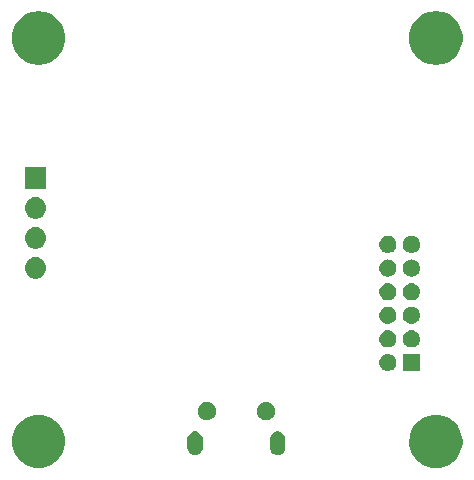
<source format=gbr>
G04 #@! TF.GenerationSoftware,KiCad,Pcbnew,(5.1.0)-1*
G04 #@! TF.CreationDate,2019-11-13T23:10:21-06:00*
G04 #@! TF.ProjectId,low_cost_multispectral_sensor,6c6f775f-636f-4737-945f-6d756c746973,rev?*
G04 #@! TF.SameCoordinates,Original*
G04 #@! TF.FileFunction,Soldermask,Bot*
G04 #@! TF.FilePolarity,Negative*
%FSLAX46Y46*%
G04 Gerber Fmt 4.6, Leading zero omitted, Abs format (unit mm)*
G04 Created by KiCad (PCBNEW (5.1.0)-1) date 2019-11-13 23:10:21*
%MOMM*%
%LPD*%
G04 APERTURE LIST*
%ADD10C,0.100000*%
G04 APERTURE END LIST*
D10*
G36*
X187125880Y-134759776D02*
G01*
X187506593Y-134835504D01*
X187916249Y-135005189D01*
X188284929Y-135251534D01*
X188598466Y-135565071D01*
X188844811Y-135933751D01*
X189014496Y-136343407D01*
X189079933Y-136672383D01*
X189098958Y-136768027D01*
X189101000Y-136778296D01*
X189101000Y-137221704D01*
X189014496Y-137656593D01*
X188844811Y-138066249D01*
X188598466Y-138434929D01*
X188284929Y-138748466D01*
X187916249Y-138994811D01*
X187506593Y-139164496D01*
X187125880Y-139240224D01*
X187071705Y-139251000D01*
X186628295Y-139251000D01*
X186574120Y-139240224D01*
X186193407Y-139164496D01*
X185783751Y-138994811D01*
X185415071Y-138748466D01*
X185101534Y-138434929D01*
X184855189Y-138066249D01*
X184685504Y-137656593D01*
X184599000Y-137221704D01*
X184599000Y-136778296D01*
X184601043Y-136768027D01*
X184620067Y-136672383D01*
X184685504Y-136343407D01*
X184855189Y-135933751D01*
X185101534Y-135565071D01*
X185415071Y-135251534D01*
X185783751Y-135005189D01*
X186193407Y-134835504D01*
X186574120Y-134759776D01*
X186628295Y-134749000D01*
X187071705Y-134749000D01*
X187125880Y-134759776D01*
X187125880Y-134759776D01*
G37*
G36*
X153475880Y-134759776D02*
G01*
X153856593Y-134835504D01*
X154266249Y-135005189D01*
X154634929Y-135251534D01*
X154948466Y-135565071D01*
X155194811Y-135933751D01*
X155364496Y-136343407D01*
X155429933Y-136672383D01*
X155448958Y-136768027D01*
X155451000Y-136778296D01*
X155451000Y-137221704D01*
X155364496Y-137656593D01*
X155194811Y-138066249D01*
X154948466Y-138434929D01*
X154634929Y-138748466D01*
X154266249Y-138994811D01*
X153856593Y-139164496D01*
X153475880Y-139240224D01*
X153421705Y-139251000D01*
X152978295Y-139251000D01*
X152924120Y-139240224D01*
X152543407Y-139164496D01*
X152133751Y-138994811D01*
X151765071Y-138748466D01*
X151451534Y-138434929D01*
X151205189Y-138066249D01*
X151035504Y-137656593D01*
X150949000Y-137221704D01*
X150949000Y-136778296D01*
X150951043Y-136768027D01*
X150970067Y-136672383D01*
X151035504Y-136343407D01*
X151205189Y-135933751D01*
X151451534Y-135565071D01*
X151765071Y-135251534D01*
X152133751Y-135005189D01*
X152543407Y-134835504D01*
X152924120Y-134759776D01*
X152978295Y-134749000D01*
X153421705Y-134749000D01*
X153475880Y-134759776D01*
X153475880Y-134759776D01*
G37*
G36*
X166577618Y-136158420D02*
G01*
X166668404Y-136185960D01*
X166700336Y-136195646D01*
X166813425Y-136256094D01*
X166912554Y-136337446D01*
X166993906Y-136436575D01*
X167054354Y-136549664D01*
X167064040Y-136581596D01*
X167091580Y-136672382D01*
X167101000Y-136768027D01*
X167101000Y-137531973D01*
X167091580Y-137627618D01*
X167064040Y-137718404D01*
X167054354Y-137750336D01*
X166993906Y-137863425D01*
X166912554Y-137962553D01*
X166813424Y-138043906D01*
X166700335Y-138104354D01*
X166668403Y-138114040D01*
X166577617Y-138141580D01*
X166450000Y-138154149D01*
X166322382Y-138141580D01*
X166231596Y-138114040D01*
X166199664Y-138104354D01*
X166086575Y-138043906D01*
X165987447Y-137962554D01*
X165906094Y-137863424D01*
X165845646Y-137750335D01*
X165817210Y-137656593D01*
X165808420Y-137627617D01*
X165799000Y-137531972D01*
X165799000Y-136768027D01*
X165808420Y-136672382D01*
X165845645Y-136549668D01*
X165870608Y-136502966D01*
X165906095Y-136436575D01*
X165987447Y-136337446D01*
X166086576Y-136256094D01*
X166199665Y-136195646D01*
X166231597Y-136185960D01*
X166322383Y-136158420D01*
X166450000Y-136145851D01*
X166577618Y-136158420D01*
X166577618Y-136158420D01*
G37*
G36*
X173577617Y-136158420D02*
G01*
X173668403Y-136185960D01*
X173700335Y-136195646D01*
X173813424Y-136256094D01*
X173912554Y-136337447D01*
X173993906Y-136436575D01*
X174054354Y-136549664D01*
X174064040Y-136581596D01*
X174091580Y-136672382D01*
X174101000Y-136768027D01*
X174101000Y-137531973D01*
X174091580Y-137627618D01*
X174064040Y-137718404D01*
X174054354Y-137750336D01*
X173993906Y-137863425D01*
X173912554Y-137962554D01*
X173813425Y-138043906D01*
X173700336Y-138104354D01*
X173668404Y-138114040D01*
X173577618Y-138141580D01*
X173450000Y-138154149D01*
X173322383Y-138141580D01*
X173231597Y-138114040D01*
X173199665Y-138104354D01*
X173086576Y-138043906D01*
X172987447Y-137962554D01*
X172906095Y-137863425D01*
X172845648Y-137750337D01*
X172845645Y-137750332D01*
X172808420Y-137627618D01*
X172799000Y-137531973D01*
X172799000Y-136768028D01*
X172808420Y-136672383D01*
X172845645Y-136549669D01*
X172845646Y-136549665D01*
X172906094Y-136436576D01*
X172987447Y-136337446D01*
X173086575Y-136256094D01*
X173199664Y-136195646D01*
X173231596Y-136185960D01*
X173322382Y-136158420D01*
X173450000Y-136145851D01*
X173577617Y-136158420D01*
X173577617Y-136158420D01*
G37*
G36*
X167676348Y-133703820D02*
G01*
X167676350Y-133703821D01*
X167676351Y-133703821D01*
X167817574Y-133762317D01*
X167817577Y-133762319D01*
X167944669Y-133847239D01*
X168052761Y-133955331D01*
X168137681Y-134082423D01*
X168137683Y-134082426D01*
X168196179Y-134223649D01*
X168226000Y-134373571D01*
X168226000Y-134526429D01*
X168196179Y-134676351D01*
X168137683Y-134817574D01*
X168137681Y-134817577D01*
X168052761Y-134944669D01*
X167944669Y-135052761D01*
X167817577Y-135137681D01*
X167817574Y-135137683D01*
X167676351Y-135196179D01*
X167676350Y-135196179D01*
X167676348Y-135196180D01*
X167526431Y-135226000D01*
X167373569Y-135226000D01*
X167223652Y-135196180D01*
X167223650Y-135196179D01*
X167223649Y-135196179D01*
X167082426Y-135137683D01*
X167082423Y-135137681D01*
X166955331Y-135052761D01*
X166847239Y-134944669D01*
X166762319Y-134817577D01*
X166762317Y-134817574D01*
X166703821Y-134676351D01*
X166674000Y-134526429D01*
X166674000Y-134373571D01*
X166703821Y-134223649D01*
X166762317Y-134082426D01*
X166762319Y-134082423D01*
X166847239Y-133955331D01*
X166955331Y-133847239D01*
X167082423Y-133762319D01*
X167082426Y-133762317D01*
X167223649Y-133703821D01*
X167223650Y-133703821D01*
X167223652Y-133703820D01*
X167373569Y-133674000D01*
X167526431Y-133674000D01*
X167676348Y-133703820D01*
X167676348Y-133703820D01*
G37*
G36*
X172676348Y-133703820D02*
G01*
X172676350Y-133703821D01*
X172676351Y-133703821D01*
X172817574Y-133762317D01*
X172817577Y-133762319D01*
X172944669Y-133847239D01*
X173052761Y-133955331D01*
X173137681Y-134082423D01*
X173137683Y-134082426D01*
X173196179Y-134223649D01*
X173226000Y-134373571D01*
X173226000Y-134526429D01*
X173196179Y-134676351D01*
X173137683Y-134817574D01*
X173137681Y-134817577D01*
X173052761Y-134944669D01*
X172944669Y-135052761D01*
X172817577Y-135137681D01*
X172817574Y-135137683D01*
X172676351Y-135196179D01*
X172676350Y-135196179D01*
X172676348Y-135196180D01*
X172526431Y-135226000D01*
X172373569Y-135226000D01*
X172223652Y-135196180D01*
X172223650Y-135196179D01*
X172223649Y-135196179D01*
X172082426Y-135137683D01*
X172082423Y-135137681D01*
X171955331Y-135052761D01*
X171847239Y-134944669D01*
X171762319Y-134817577D01*
X171762317Y-134817574D01*
X171703821Y-134676351D01*
X171674000Y-134526429D01*
X171674000Y-134373571D01*
X171703821Y-134223649D01*
X171762317Y-134082426D01*
X171762319Y-134082423D01*
X171847239Y-133955331D01*
X171955331Y-133847239D01*
X172082423Y-133762319D01*
X172082426Y-133762317D01*
X172223649Y-133703821D01*
X172223650Y-133703821D01*
X172223652Y-133703820D01*
X172373569Y-133674000D01*
X172526431Y-133674000D01*
X172676348Y-133703820D01*
X172676348Y-133703820D01*
G37*
G36*
X185501000Y-131051000D02*
G01*
X184049000Y-131051000D01*
X184049000Y-129599000D01*
X185501000Y-129599000D01*
X185501000Y-131051000D01*
X185501000Y-131051000D01*
G37*
G36*
X182846213Y-129602502D02*
G01*
X182917321Y-129609505D01*
X183054172Y-129651019D01*
X183054175Y-129651020D01*
X183180294Y-129718432D01*
X183290843Y-129809157D01*
X183381568Y-129919706D01*
X183448980Y-130045825D01*
X183448981Y-130045828D01*
X183490495Y-130182679D01*
X183504512Y-130325000D01*
X183490495Y-130467321D01*
X183448981Y-130604172D01*
X183448980Y-130604175D01*
X183381568Y-130730294D01*
X183290843Y-130840843D01*
X183180294Y-130931568D01*
X183054175Y-130998980D01*
X183054172Y-130998981D01*
X182917321Y-131040495D01*
X182846213Y-131047498D01*
X182810660Y-131051000D01*
X182739340Y-131051000D01*
X182703787Y-131047498D01*
X182632679Y-131040495D01*
X182495828Y-130998981D01*
X182495825Y-130998980D01*
X182369706Y-130931568D01*
X182259157Y-130840843D01*
X182168432Y-130730294D01*
X182101020Y-130604175D01*
X182101019Y-130604172D01*
X182059505Y-130467321D01*
X182045488Y-130325000D01*
X182059505Y-130182679D01*
X182101019Y-130045828D01*
X182101020Y-130045825D01*
X182168432Y-129919706D01*
X182259157Y-129809157D01*
X182369706Y-129718432D01*
X182495825Y-129651020D01*
X182495828Y-129651019D01*
X182632679Y-129609505D01*
X182703787Y-129602502D01*
X182739340Y-129599000D01*
X182810660Y-129599000D01*
X182846213Y-129602502D01*
X182846213Y-129602502D01*
G37*
G36*
X182846213Y-127602502D02*
G01*
X182917321Y-127609505D01*
X183054172Y-127651019D01*
X183054175Y-127651020D01*
X183180294Y-127718432D01*
X183290843Y-127809157D01*
X183381568Y-127919706D01*
X183448980Y-128045825D01*
X183448981Y-128045828D01*
X183490495Y-128182679D01*
X183504512Y-128325000D01*
X183490495Y-128467321D01*
X183448981Y-128604172D01*
X183448980Y-128604175D01*
X183381568Y-128730294D01*
X183290843Y-128840843D01*
X183180294Y-128931568D01*
X183054175Y-128998980D01*
X183054172Y-128998981D01*
X182917321Y-129040495D01*
X182846213Y-129047498D01*
X182810660Y-129051000D01*
X182739340Y-129051000D01*
X182703787Y-129047498D01*
X182632679Y-129040495D01*
X182495828Y-128998981D01*
X182495825Y-128998980D01*
X182369706Y-128931568D01*
X182259157Y-128840843D01*
X182168432Y-128730294D01*
X182101020Y-128604175D01*
X182101019Y-128604172D01*
X182059505Y-128467321D01*
X182045488Y-128325000D01*
X182059505Y-128182679D01*
X182101019Y-128045828D01*
X182101020Y-128045825D01*
X182168432Y-127919706D01*
X182259157Y-127809157D01*
X182369706Y-127718432D01*
X182495825Y-127651020D01*
X182495828Y-127651019D01*
X182632679Y-127609505D01*
X182703787Y-127602502D01*
X182739340Y-127599000D01*
X182810660Y-127599000D01*
X182846213Y-127602502D01*
X182846213Y-127602502D01*
G37*
G36*
X184846213Y-127602502D02*
G01*
X184917321Y-127609505D01*
X185054172Y-127651019D01*
X185054175Y-127651020D01*
X185180294Y-127718432D01*
X185290843Y-127809157D01*
X185381568Y-127919706D01*
X185448980Y-128045825D01*
X185448981Y-128045828D01*
X185490495Y-128182679D01*
X185504512Y-128325000D01*
X185490495Y-128467321D01*
X185448981Y-128604172D01*
X185448980Y-128604175D01*
X185381568Y-128730294D01*
X185290843Y-128840843D01*
X185180294Y-128931568D01*
X185054175Y-128998980D01*
X185054172Y-128998981D01*
X184917321Y-129040495D01*
X184846213Y-129047498D01*
X184810660Y-129051000D01*
X184739340Y-129051000D01*
X184703787Y-129047498D01*
X184632679Y-129040495D01*
X184495828Y-128998981D01*
X184495825Y-128998980D01*
X184369706Y-128931568D01*
X184259157Y-128840843D01*
X184168432Y-128730294D01*
X184101020Y-128604175D01*
X184101019Y-128604172D01*
X184059505Y-128467321D01*
X184045488Y-128325000D01*
X184059505Y-128182679D01*
X184101019Y-128045828D01*
X184101020Y-128045825D01*
X184168432Y-127919706D01*
X184259157Y-127809157D01*
X184369706Y-127718432D01*
X184495825Y-127651020D01*
X184495828Y-127651019D01*
X184632679Y-127609505D01*
X184703787Y-127602502D01*
X184739340Y-127599000D01*
X184810660Y-127599000D01*
X184846213Y-127602502D01*
X184846213Y-127602502D01*
G37*
G36*
X182846213Y-125602502D02*
G01*
X182917321Y-125609505D01*
X183054172Y-125651019D01*
X183054175Y-125651020D01*
X183180294Y-125718432D01*
X183290843Y-125809157D01*
X183381568Y-125919706D01*
X183448980Y-126045825D01*
X183448981Y-126045828D01*
X183490495Y-126182679D01*
X183504512Y-126325000D01*
X183490495Y-126467321D01*
X183448981Y-126604172D01*
X183448980Y-126604175D01*
X183381568Y-126730294D01*
X183290843Y-126840843D01*
X183180294Y-126931568D01*
X183054175Y-126998980D01*
X183054172Y-126998981D01*
X182917321Y-127040495D01*
X182846213Y-127047498D01*
X182810660Y-127051000D01*
X182739340Y-127051000D01*
X182703787Y-127047498D01*
X182632679Y-127040495D01*
X182495828Y-126998981D01*
X182495825Y-126998980D01*
X182369706Y-126931568D01*
X182259157Y-126840843D01*
X182168432Y-126730294D01*
X182101020Y-126604175D01*
X182101019Y-126604172D01*
X182059505Y-126467321D01*
X182045488Y-126325000D01*
X182059505Y-126182679D01*
X182101019Y-126045828D01*
X182101020Y-126045825D01*
X182168432Y-125919706D01*
X182259157Y-125809157D01*
X182369706Y-125718432D01*
X182495825Y-125651020D01*
X182495828Y-125651019D01*
X182632679Y-125609505D01*
X182703787Y-125602502D01*
X182739340Y-125599000D01*
X182810660Y-125599000D01*
X182846213Y-125602502D01*
X182846213Y-125602502D01*
G37*
G36*
X184846213Y-125602502D02*
G01*
X184917321Y-125609505D01*
X185054172Y-125651019D01*
X185054175Y-125651020D01*
X185180294Y-125718432D01*
X185290843Y-125809157D01*
X185381568Y-125919706D01*
X185448980Y-126045825D01*
X185448981Y-126045828D01*
X185490495Y-126182679D01*
X185504512Y-126325000D01*
X185490495Y-126467321D01*
X185448981Y-126604172D01*
X185448980Y-126604175D01*
X185381568Y-126730294D01*
X185290843Y-126840843D01*
X185180294Y-126931568D01*
X185054175Y-126998980D01*
X185054172Y-126998981D01*
X184917321Y-127040495D01*
X184846213Y-127047498D01*
X184810660Y-127051000D01*
X184739340Y-127051000D01*
X184703787Y-127047498D01*
X184632679Y-127040495D01*
X184495828Y-126998981D01*
X184495825Y-126998980D01*
X184369706Y-126931568D01*
X184259157Y-126840843D01*
X184168432Y-126730294D01*
X184101020Y-126604175D01*
X184101019Y-126604172D01*
X184059505Y-126467321D01*
X184045488Y-126325000D01*
X184059505Y-126182679D01*
X184101019Y-126045828D01*
X184101020Y-126045825D01*
X184168432Y-125919706D01*
X184259157Y-125809157D01*
X184369706Y-125718432D01*
X184495825Y-125651020D01*
X184495828Y-125651019D01*
X184632679Y-125609505D01*
X184703787Y-125602502D01*
X184739340Y-125599000D01*
X184810660Y-125599000D01*
X184846213Y-125602502D01*
X184846213Y-125602502D01*
G37*
G36*
X182846213Y-123602502D02*
G01*
X182917321Y-123609505D01*
X183054172Y-123651019D01*
X183054175Y-123651020D01*
X183180294Y-123718432D01*
X183290843Y-123809157D01*
X183381568Y-123919706D01*
X183448980Y-124045825D01*
X183448981Y-124045828D01*
X183490495Y-124182679D01*
X183504512Y-124325000D01*
X183490495Y-124467321D01*
X183448981Y-124604172D01*
X183448980Y-124604175D01*
X183381568Y-124730294D01*
X183290843Y-124840843D01*
X183180294Y-124931568D01*
X183054175Y-124998980D01*
X183054172Y-124998981D01*
X182917321Y-125040495D01*
X182846213Y-125047498D01*
X182810660Y-125051000D01*
X182739340Y-125051000D01*
X182703787Y-125047498D01*
X182632679Y-125040495D01*
X182495828Y-124998981D01*
X182495825Y-124998980D01*
X182369706Y-124931568D01*
X182259157Y-124840843D01*
X182168432Y-124730294D01*
X182101020Y-124604175D01*
X182101019Y-124604172D01*
X182059505Y-124467321D01*
X182045488Y-124325000D01*
X182059505Y-124182679D01*
X182101019Y-124045828D01*
X182101020Y-124045825D01*
X182168432Y-123919706D01*
X182259157Y-123809157D01*
X182369706Y-123718432D01*
X182495825Y-123651020D01*
X182495828Y-123651019D01*
X182632679Y-123609505D01*
X182703787Y-123602502D01*
X182739340Y-123599000D01*
X182810660Y-123599000D01*
X182846213Y-123602502D01*
X182846213Y-123602502D01*
G37*
G36*
X184846213Y-123602502D02*
G01*
X184917321Y-123609505D01*
X185054172Y-123651019D01*
X185054175Y-123651020D01*
X185180294Y-123718432D01*
X185290843Y-123809157D01*
X185381568Y-123919706D01*
X185448980Y-124045825D01*
X185448981Y-124045828D01*
X185490495Y-124182679D01*
X185504512Y-124325000D01*
X185490495Y-124467321D01*
X185448981Y-124604172D01*
X185448980Y-124604175D01*
X185381568Y-124730294D01*
X185290843Y-124840843D01*
X185180294Y-124931568D01*
X185054175Y-124998980D01*
X185054172Y-124998981D01*
X184917321Y-125040495D01*
X184846213Y-125047498D01*
X184810660Y-125051000D01*
X184739340Y-125051000D01*
X184703787Y-125047498D01*
X184632679Y-125040495D01*
X184495828Y-124998981D01*
X184495825Y-124998980D01*
X184369706Y-124931568D01*
X184259157Y-124840843D01*
X184168432Y-124730294D01*
X184101020Y-124604175D01*
X184101019Y-124604172D01*
X184059505Y-124467321D01*
X184045488Y-124325000D01*
X184059505Y-124182679D01*
X184101019Y-124045828D01*
X184101020Y-124045825D01*
X184168432Y-123919706D01*
X184259157Y-123809157D01*
X184369706Y-123718432D01*
X184495825Y-123651020D01*
X184495828Y-123651019D01*
X184632679Y-123609505D01*
X184703787Y-123602502D01*
X184739340Y-123599000D01*
X184810660Y-123599000D01*
X184846213Y-123602502D01*
X184846213Y-123602502D01*
G37*
G36*
X153060442Y-121425518D02*
G01*
X153126627Y-121432037D01*
X153296466Y-121483557D01*
X153452991Y-121567222D01*
X153488729Y-121596552D01*
X153590186Y-121679814D01*
X153673448Y-121781271D01*
X153702778Y-121817009D01*
X153786443Y-121973534D01*
X153837963Y-122143373D01*
X153855359Y-122320000D01*
X153837963Y-122496627D01*
X153786443Y-122666466D01*
X153702778Y-122822991D01*
X153688127Y-122840843D01*
X153590186Y-122960186D01*
X153492328Y-123040495D01*
X153452991Y-123072778D01*
X153296466Y-123156443D01*
X153126627Y-123207963D01*
X153060443Y-123214481D01*
X152994260Y-123221000D01*
X152905740Y-123221000D01*
X152839557Y-123214481D01*
X152773373Y-123207963D01*
X152603534Y-123156443D01*
X152447009Y-123072778D01*
X152407672Y-123040495D01*
X152309814Y-122960186D01*
X152211873Y-122840843D01*
X152197222Y-122822991D01*
X152113557Y-122666466D01*
X152062037Y-122496627D01*
X152044641Y-122320000D01*
X152062037Y-122143373D01*
X152113557Y-121973534D01*
X152197222Y-121817009D01*
X152226552Y-121781271D01*
X152309814Y-121679814D01*
X152411271Y-121596552D01*
X152447009Y-121567222D01*
X152603534Y-121483557D01*
X152773373Y-121432037D01*
X152839558Y-121425518D01*
X152905740Y-121419000D01*
X152994260Y-121419000D01*
X153060442Y-121425518D01*
X153060442Y-121425518D01*
G37*
G36*
X182846213Y-121602502D02*
G01*
X182917321Y-121609505D01*
X183054172Y-121651019D01*
X183054175Y-121651020D01*
X183180294Y-121718432D01*
X183290843Y-121809157D01*
X183381568Y-121919706D01*
X183448980Y-122045825D01*
X183448981Y-122045828D01*
X183490495Y-122182679D01*
X183504512Y-122325000D01*
X183490495Y-122467321D01*
X183448981Y-122604172D01*
X183448980Y-122604175D01*
X183381568Y-122730294D01*
X183290843Y-122840843D01*
X183180294Y-122931568D01*
X183054175Y-122998980D01*
X183054172Y-122998981D01*
X182917321Y-123040495D01*
X182846213Y-123047498D01*
X182810660Y-123051000D01*
X182739340Y-123051000D01*
X182703787Y-123047498D01*
X182632679Y-123040495D01*
X182495828Y-122998981D01*
X182495825Y-122998980D01*
X182369706Y-122931568D01*
X182259157Y-122840843D01*
X182168432Y-122730294D01*
X182101020Y-122604175D01*
X182101019Y-122604172D01*
X182059505Y-122467321D01*
X182045488Y-122325000D01*
X182059505Y-122182679D01*
X182101019Y-122045828D01*
X182101020Y-122045825D01*
X182168432Y-121919706D01*
X182259157Y-121809157D01*
X182369706Y-121718432D01*
X182495825Y-121651020D01*
X182495828Y-121651019D01*
X182632679Y-121609505D01*
X182703787Y-121602502D01*
X182739340Y-121599000D01*
X182810660Y-121599000D01*
X182846213Y-121602502D01*
X182846213Y-121602502D01*
G37*
G36*
X184846213Y-121602502D02*
G01*
X184917321Y-121609505D01*
X185054172Y-121651019D01*
X185054175Y-121651020D01*
X185180294Y-121718432D01*
X185290843Y-121809157D01*
X185381568Y-121919706D01*
X185448980Y-122045825D01*
X185448981Y-122045828D01*
X185490495Y-122182679D01*
X185504512Y-122325000D01*
X185490495Y-122467321D01*
X185448981Y-122604172D01*
X185448980Y-122604175D01*
X185381568Y-122730294D01*
X185290843Y-122840843D01*
X185180294Y-122931568D01*
X185054175Y-122998980D01*
X185054172Y-122998981D01*
X184917321Y-123040495D01*
X184846213Y-123047498D01*
X184810660Y-123051000D01*
X184739340Y-123051000D01*
X184703787Y-123047498D01*
X184632679Y-123040495D01*
X184495828Y-122998981D01*
X184495825Y-122998980D01*
X184369706Y-122931568D01*
X184259157Y-122840843D01*
X184168432Y-122730294D01*
X184101020Y-122604175D01*
X184101019Y-122604172D01*
X184059505Y-122467321D01*
X184045488Y-122325000D01*
X184059505Y-122182679D01*
X184101019Y-122045828D01*
X184101020Y-122045825D01*
X184168432Y-121919706D01*
X184259157Y-121809157D01*
X184369706Y-121718432D01*
X184495825Y-121651020D01*
X184495828Y-121651019D01*
X184632679Y-121609505D01*
X184703787Y-121602502D01*
X184739340Y-121599000D01*
X184810660Y-121599000D01*
X184846213Y-121602502D01*
X184846213Y-121602502D01*
G37*
G36*
X182846213Y-119602502D02*
G01*
X182917321Y-119609505D01*
X183054172Y-119651019D01*
X183054175Y-119651020D01*
X183180294Y-119718432D01*
X183290843Y-119809157D01*
X183381568Y-119919706D01*
X183448980Y-120045825D01*
X183448981Y-120045828D01*
X183490495Y-120182679D01*
X183504512Y-120325000D01*
X183490495Y-120467321D01*
X183470638Y-120532778D01*
X183448980Y-120604175D01*
X183381568Y-120730294D01*
X183290843Y-120840843D01*
X183180294Y-120931568D01*
X183054175Y-120998980D01*
X183054172Y-120998981D01*
X182917321Y-121040495D01*
X182846213Y-121047498D01*
X182810660Y-121051000D01*
X182739340Y-121051000D01*
X182703787Y-121047498D01*
X182632679Y-121040495D01*
X182495828Y-120998981D01*
X182495825Y-120998980D01*
X182369706Y-120931568D01*
X182259157Y-120840843D01*
X182168432Y-120730294D01*
X182101020Y-120604175D01*
X182079362Y-120532778D01*
X182059505Y-120467321D01*
X182045488Y-120325000D01*
X182059505Y-120182679D01*
X182101019Y-120045828D01*
X182101020Y-120045825D01*
X182168432Y-119919706D01*
X182259157Y-119809157D01*
X182369706Y-119718432D01*
X182495825Y-119651020D01*
X182495828Y-119651019D01*
X182632679Y-119609505D01*
X182703787Y-119602502D01*
X182739340Y-119599000D01*
X182810660Y-119599000D01*
X182846213Y-119602502D01*
X182846213Y-119602502D01*
G37*
G36*
X184846213Y-119602502D02*
G01*
X184917321Y-119609505D01*
X185054172Y-119651019D01*
X185054175Y-119651020D01*
X185180294Y-119718432D01*
X185290843Y-119809157D01*
X185381568Y-119919706D01*
X185448980Y-120045825D01*
X185448981Y-120045828D01*
X185490495Y-120182679D01*
X185504512Y-120325000D01*
X185490495Y-120467321D01*
X185470638Y-120532778D01*
X185448980Y-120604175D01*
X185381568Y-120730294D01*
X185290843Y-120840843D01*
X185180294Y-120931568D01*
X185054175Y-120998980D01*
X185054172Y-120998981D01*
X184917321Y-121040495D01*
X184846213Y-121047498D01*
X184810660Y-121051000D01*
X184739340Y-121051000D01*
X184703787Y-121047498D01*
X184632679Y-121040495D01*
X184495828Y-120998981D01*
X184495825Y-120998980D01*
X184369706Y-120931568D01*
X184259157Y-120840843D01*
X184168432Y-120730294D01*
X184101020Y-120604175D01*
X184079362Y-120532778D01*
X184059505Y-120467321D01*
X184045488Y-120325000D01*
X184059505Y-120182679D01*
X184101019Y-120045828D01*
X184101020Y-120045825D01*
X184168432Y-119919706D01*
X184259157Y-119809157D01*
X184369706Y-119718432D01*
X184495825Y-119651020D01*
X184495828Y-119651019D01*
X184632679Y-119609505D01*
X184703787Y-119602502D01*
X184739340Y-119599000D01*
X184810660Y-119599000D01*
X184846213Y-119602502D01*
X184846213Y-119602502D01*
G37*
G36*
X153060442Y-118885518D02*
G01*
X153126627Y-118892037D01*
X153296466Y-118943557D01*
X153452991Y-119027222D01*
X153488729Y-119056552D01*
X153590186Y-119139814D01*
X153673448Y-119241271D01*
X153702778Y-119277009D01*
X153786443Y-119433534D01*
X153837963Y-119603373D01*
X153855359Y-119780000D01*
X153837963Y-119956627D01*
X153786443Y-120126466D01*
X153702778Y-120282991D01*
X153673448Y-120318729D01*
X153590186Y-120420186D01*
X153488729Y-120503448D01*
X153452991Y-120532778D01*
X153296466Y-120616443D01*
X153126627Y-120667963D01*
X153060443Y-120674481D01*
X152994260Y-120681000D01*
X152905740Y-120681000D01*
X152839557Y-120674481D01*
X152773373Y-120667963D01*
X152603534Y-120616443D01*
X152447009Y-120532778D01*
X152411271Y-120503448D01*
X152309814Y-120420186D01*
X152226552Y-120318729D01*
X152197222Y-120282991D01*
X152113557Y-120126466D01*
X152062037Y-119956627D01*
X152044641Y-119780000D01*
X152062037Y-119603373D01*
X152113557Y-119433534D01*
X152197222Y-119277009D01*
X152226552Y-119241271D01*
X152309814Y-119139814D01*
X152411271Y-119056552D01*
X152447009Y-119027222D01*
X152603534Y-118943557D01*
X152773373Y-118892037D01*
X152839558Y-118885518D01*
X152905740Y-118879000D01*
X152994260Y-118879000D01*
X153060442Y-118885518D01*
X153060442Y-118885518D01*
G37*
G36*
X153060442Y-116345518D02*
G01*
X153126627Y-116352037D01*
X153296466Y-116403557D01*
X153452991Y-116487222D01*
X153488729Y-116516552D01*
X153590186Y-116599814D01*
X153673448Y-116701271D01*
X153702778Y-116737009D01*
X153786443Y-116893534D01*
X153837963Y-117063373D01*
X153855359Y-117240000D01*
X153837963Y-117416627D01*
X153786443Y-117586466D01*
X153702778Y-117742991D01*
X153673448Y-117778729D01*
X153590186Y-117880186D01*
X153488729Y-117963448D01*
X153452991Y-117992778D01*
X153296466Y-118076443D01*
X153126627Y-118127963D01*
X153060442Y-118134482D01*
X152994260Y-118141000D01*
X152905740Y-118141000D01*
X152839558Y-118134482D01*
X152773373Y-118127963D01*
X152603534Y-118076443D01*
X152447009Y-117992778D01*
X152411271Y-117963448D01*
X152309814Y-117880186D01*
X152226552Y-117778729D01*
X152197222Y-117742991D01*
X152113557Y-117586466D01*
X152062037Y-117416627D01*
X152044641Y-117240000D01*
X152062037Y-117063373D01*
X152113557Y-116893534D01*
X152197222Y-116737009D01*
X152226552Y-116701271D01*
X152309814Y-116599814D01*
X152411271Y-116516552D01*
X152447009Y-116487222D01*
X152603534Y-116403557D01*
X152773373Y-116352037D01*
X152839558Y-116345518D01*
X152905740Y-116339000D01*
X152994260Y-116339000D01*
X153060442Y-116345518D01*
X153060442Y-116345518D01*
G37*
G36*
X153851000Y-115601000D02*
G01*
X152049000Y-115601000D01*
X152049000Y-113799000D01*
X153851000Y-113799000D01*
X153851000Y-115601000D01*
X153851000Y-115601000D01*
G37*
G36*
X153475880Y-100609776D02*
G01*
X153856593Y-100685504D01*
X154266249Y-100855189D01*
X154634929Y-101101534D01*
X154948466Y-101415071D01*
X155194811Y-101783751D01*
X155364496Y-102193407D01*
X155451000Y-102628296D01*
X155451000Y-103071704D01*
X155364496Y-103506593D01*
X155194811Y-103916249D01*
X154948466Y-104284929D01*
X154634929Y-104598466D01*
X154266249Y-104844811D01*
X153856593Y-105014496D01*
X153475880Y-105090224D01*
X153421705Y-105101000D01*
X152978295Y-105101000D01*
X152924120Y-105090224D01*
X152543407Y-105014496D01*
X152133751Y-104844811D01*
X151765071Y-104598466D01*
X151451534Y-104284929D01*
X151205189Y-103916249D01*
X151035504Y-103506593D01*
X150949000Y-103071704D01*
X150949000Y-102628296D01*
X151035504Y-102193407D01*
X151205189Y-101783751D01*
X151451534Y-101415071D01*
X151765071Y-101101534D01*
X152133751Y-100855189D01*
X152543407Y-100685504D01*
X152924120Y-100609776D01*
X152978295Y-100599000D01*
X153421705Y-100599000D01*
X153475880Y-100609776D01*
X153475880Y-100609776D01*
G37*
G36*
X187125880Y-100609776D02*
G01*
X187506593Y-100685504D01*
X187916249Y-100855189D01*
X188284929Y-101101534D01*
X188598466Y-101415071D01*
X188844811Y-101783751D01*
X189014496Y-102193407D01*
X189101000Y-102628296D01*
X189101000Y-103071704D01*
X189014496Y-103506593D01*
X188844811Y-103916249D01*
X188598466Y-104284929D01*
X188284929Y-104598466D01*
X187916249Y-104844811D01*
X187506593Y-105014496D01*
X187125880Y-105090224D01*
X187071705Y-105101000D01*
X186628295Y-105101000D01*
X186574120Y-105090224D01*
X186193407Y-105014496D01*
X185783751Y-104844811D01*
X185415071Y-104598466D01*
X185101534Y-104284929D01*
X184855189Y-103916249D01*
X184685504Y-103506593D01*
X184599000Y-103071704D01*
X184599000Y-102628296D01*
X184685504Y-102193407D01*
X184855189Y-101783751D01*
X185101534Y-101415071D01*
X185415071Y-101101534D01*
X185783751Y-100855189D01*
X186193407Y-100685504D01*
X186574120Y-100609776D01*
X186628295Y-100599000D01*
X187071705Y-100599000D01*
X187125880Y-100609776D01*
X187125880Y-100609776D01*
G37*
M02*

</source>
